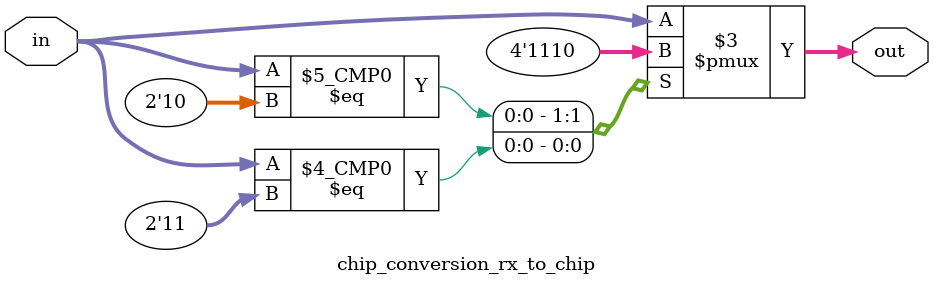
<source format=sv>
/**
 * Module: chip_conversion_rx_to_chip
 * 
 * Converts RX signal to Chip representation
 */
module chip_conversion_rx_to_chip(
		input	logic [1:0] in,
		output	logic [1:0]	out
	);
	
	always_comb begin
		case (in)
			2	: out = 3;
			3	: out = 2;
			default: out = in;
		endcase
	end

endmodule

</source>
